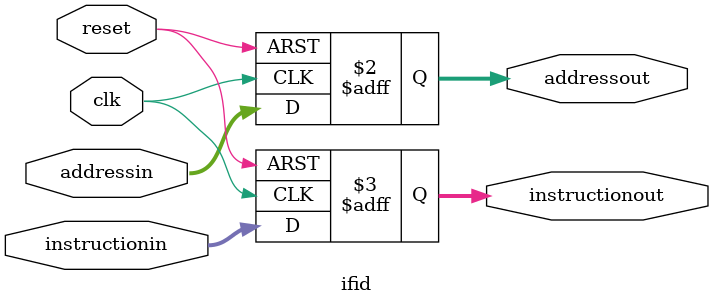
<source format=v>
module ifid (
input clk,
input reset,
input [31:0] addressin,
input [31:0] instructionin,
output reg [31:0] addressout,
output reg [31:0] instructionout
);


always @(posedge clk or posedge reset)
begin
	if(reset)
	begin
	addressout <= 32'b00000000000000000000000000000000;
	instructionout <= 32'b00000000000000000000000000000000;
	
	end
	
	else
	begin
	addressout <= addressin;
	instructionout <= instructionin;
	end
	
end

endmodule


</source>
